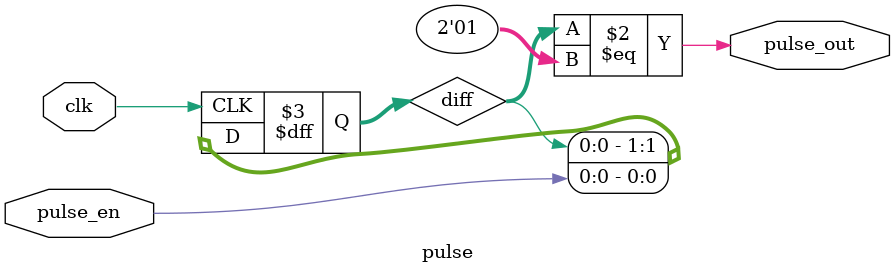
<source format=v>
`timescale 1ns / 1ps



module pi_calc_IP#(
    parameter Nbr = 4
)(
    input sysclk,
    input [0:0] btn, 
    input [0:0] rst_soft,
    input [0:0] update_digit,
    output [0:0] complete,
    output [3:0] dec_1digit,
    output [3:0] led, 
    output [7:0] led_7seg
    );    
    
    //parameter Nbr = 17; 
    
    // reg clk, rst;
    wire [(2*Nbr-1):0] pi_out;
    wire [(2*Nbr-1):0] pi_bin;
    wire complete;
    wire pi_enable, dec_enable;
    assign pi_enable = complete;
    //assign dec_enable = complete;
    assign pi_bin = pi_out;
    wire [3:0] dec_1digit;
    wire busy;
    reg busy_old;
    
    (* mark_debug = "true" *) reg [29:0] count = 0;
    always @(posedge(sysclk)) begin
        count <= count + 1;
    end
    
    //wire w1, w2, w3, w4;
    //(* dont_touch = "true" *) LUT1 #( .INIT(2'b10) ) buf_inst1(.O(w1), .I0(count[27]));
    //(* dont_touch = "true" *) LUT1 #( .INIT(2'b10) ) buf_inst2(.O(w2), .I0(w1));
    //(* dont_touch = "true" *) LUT1 #( .INIT(2'b10) ) buf_inst3(.O(w3), .I0(w2));
    //(* dont_touch = "true" *) LUT1 #( .INIT(2'b10) ) buf_inst4(.O(w4), .I0(w3));
    //assign dec_enable = &count[26:0]; //1'b1; //count[1]
    
    assign clk = sysclk; //count[1]; //
    assign rst = (~btn) && rst_soft;
    assign led[3:0] = dec_1digit[3:0];
    
    pulse pulse0(clk, update_digit, dec_enable);
    
    pi_calc #(Nbr) pi_calc0(clk, rst, pi_out, complete);
    bin2dec #(Nbr) bin2dec0(clk, rst, complete, pi_bin, dec_enable, dec_1digit, busy);
    //bin2dec #(Nbr) bin2dec0(count[27], rst, complete, pi_bin, dec_enable, dec_1digit, busy);
    //bin2dec #(Nbr) bin2dec0(w4, rst, complete, pi_bin, dec_enable, dec_1digit, busy);
    
    decoder_7seg decoder_7seg0(dec_1digit[3:0], led_7seg[7:0]);
    
endmodule


module pulse (
    input    clk,
    input    pulse_en,
    output    pulse_out
);

    reg [1:0]    diff;

    always @(posedge clk) begin
        diff    <=    {diff[0], pulse_en};
    end

    assign pulse_out =  (diff == 2'b01);

endmodule

</source>
